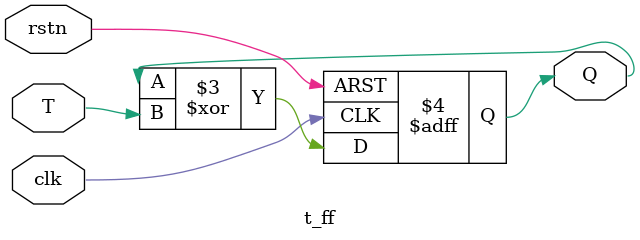
<source format=v>
module moore_binary_counter_str (
    input rstn, clk, x_in,
    output y_out, A, B
);
    wire TA, TB;

    assign TA = x_in && B;
    assign TB = x_in;
    assign y_out = A && B;

    t_ff t_ff_A (rstn, clk, TA, A);
    t_ff t_ff_B (rstn, clk, TB, B);
endmodule

module t_ff (
    input rstn, clk, T,
    output reg Q
);
    always @ (posedge clk, negedge rstn)
    begin
        if (!rstn)
            Q <= 1'b0;
        else
            Q <= Q ^ T;
    end
endmodule

</source>
